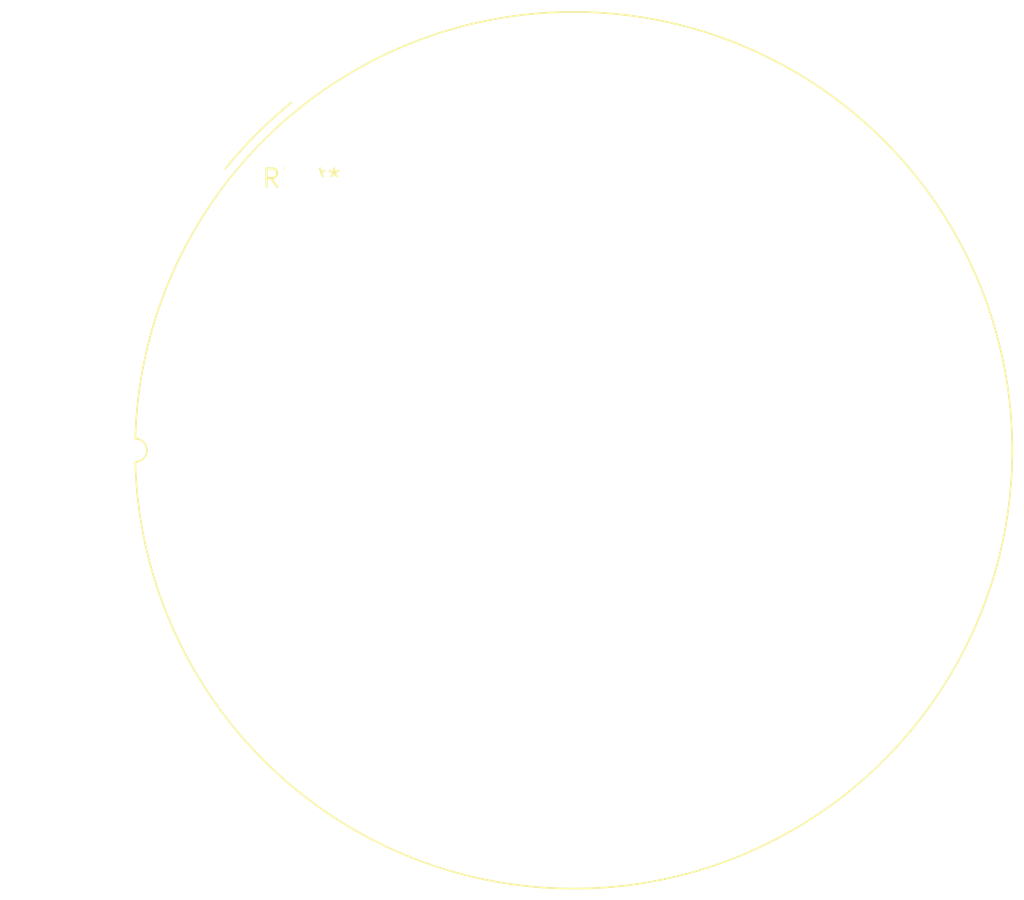
<source format=kicad_pcb>
(kicad_pcb (version 20240108) (generator pcbnew)
  (layers (0 "F.Cu" signal) (31 "B.Cu" signal) (34 "B.Paste" user) (35 "F.Paste" user) (36 "B.SilkS" user "B.Silkscreen") (37 "F.SilkS" user "F.Silkscreen") (38 "B.Mask" user) (39 "F.Mask" user) (44 "Edge.Cuts" user))
  (net 0 "")
  (footprint "L_CommonMode_VAC_T60405-S6123-X402" (layer "F.Cu") (at 0 0)
    (property "Reference" "REF**")
    (property "Value" "L_CommonMode_VAC_T60405-S6123-X402")
    (fp_arc (start -11.46167 17.93833) (mid -10.66167 18.73833) (end -11.46167 19.53833) (layer "F.SilkS") (stroke (width 0.12)))
    (fp_arc (start -11.46167 17.93833) (mid 48.948922 18.73833) (end -11.46167 19.53833) (layer "F.SilkS") (stroke (width 0.12)))
    (fp_arc (start -5.261669 -0.66167) (mid -3.107133 -3.059277) (end -0.714256 -5.219066) (layer "F.SilkS") (stroke (width 0.12)))
    (pad "1" thru_hole roundrect (at 0 0 45) (size 5.5 5.5) (drill 2.7) (layers *.Cu *.Mask) (remove_unused_layers))
    (pad "2" thru_hole circle (at 10.189886 16.447781 60) (size 5.5 5.5) (drill 2.7) (layers *.Cu *.Mask) (remove_unused_layers))
    (pad "3" thru_hole circle (at 37.47666 0 315) (size 5.5 5.5) (drill 2.7) (layers *.Cu *.Mask) (remove_unused_layers))
    (pad "4" thru_hole circle (at 21.028879 10.189886 330) (size 5.5 5.5) (drill 2.7) (layers *.Cu *.Mask) (remove_unused_layers))
    (pad "5" thru_hole circle (at 37.47666 37.47666 225) (size 5.5 5.5) (drill 2.7) (layers *.Cu *.Mask) (remove_unused_layers))
    (pad "6" thru_hole circle (at 27.286774 21.028879 240) (size 5.5 5.5) (drill 2.7) (layers *.Cu *.Mask) (remove_unused_layers))
    (pad "7" thru_hole circle (at 0 37.47666 135) (size 5.5 5.5) (drill 2.7) (layers *.Cu *.Mask) (remove_unused_layers))
    (pad "8" thru_hole circle (at 16.447781 27.286774 150) (size 5.5 5.5) (drill 2.7) (layers *.Cu *.Mask) (remove_unused_layers))
  )
)
</source>
